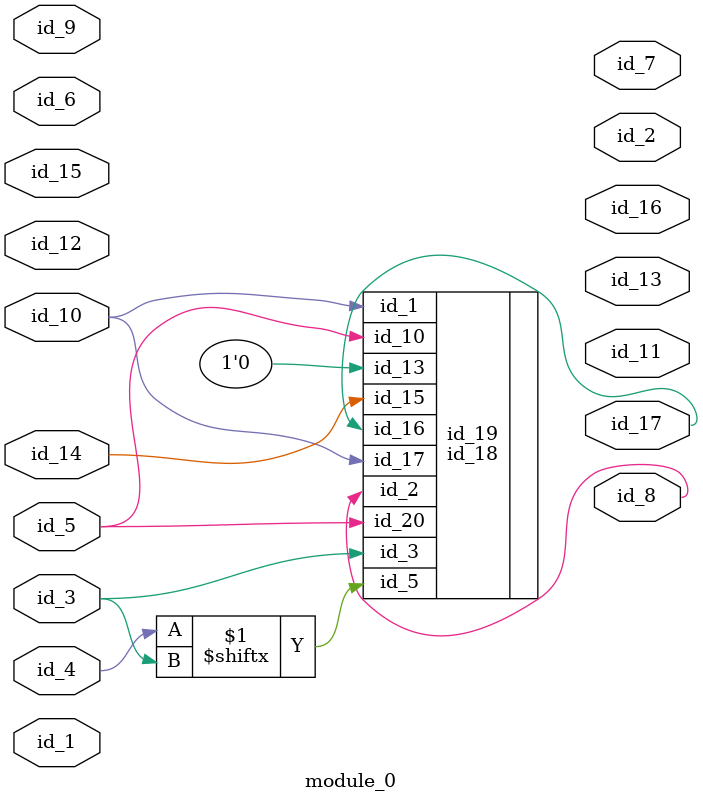
<source format=v>
module module_0 (
    id_1,
    id_2,
    id_3,
    id_4,
    id_5,
    id_6,
    id_7,
    id_8,
    id_9,
    id_10,
    id_11,
    id_12,
    id_13,
    id_14,
    id_15,
    id_16,
    id_17
);
  output id_17;
  output id_16;
  input id_15;
  input id_14;
  output id_13;
  input id_12;
  output id_11;
  input id_10;
  input id_9;
  output id_8;
  output id_7;
  input id_6;
  input id_5;
  input id_4;
  input id_3;
  output id_2;
  input id_1;
  id_18 id_19 (
      .id_2 (id_8),
      .id_1 (id_10),
      .id_3 (id_3),
      .id_10(id_10),
      .id_10(id_5),
      .id_17(id_17),
      .id_13(id_20),
      .id_13(1'd0),
      .id_15(id_14),
      .id_5 (id_4[id_6 : id_3]),
      .id_20(id_5),
      .id_16(id_17),
      .id_17(id_10)
  );
endmodule

</source>
